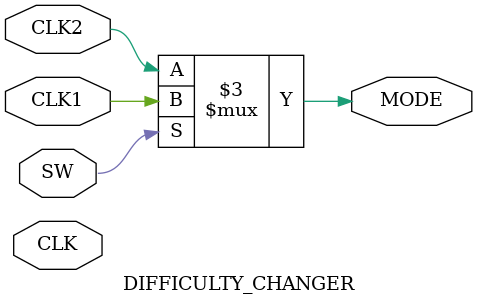
<source format=sv>
`timescale 1ns / 1ps


module DIFFICULTY_CHANGER(
    input CLK,
    input CLK1,
    input CLK2,
    input SW,
    output logic MODE
    );    
    
    always_comb begin
    
        if (SW) begin
        
            MODE = CLK1;    
        
        end
        
        else MODE = CLK2;
        
   end
    
endmodule

</source>
